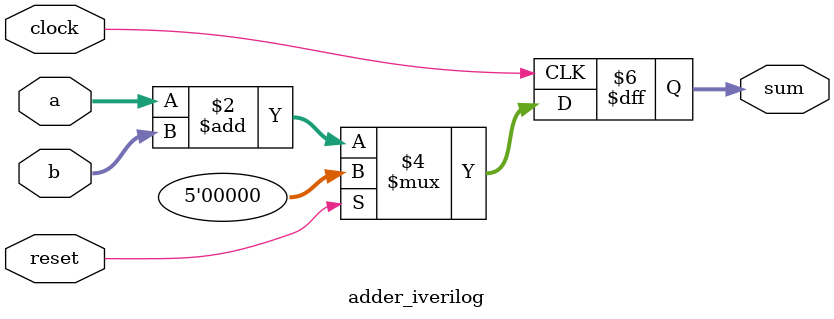
<source format=v>
module adder_iverilog (
  input clock,
  input reset,
  input [3:0] a,
  input [3:0] b,
  output reg [4:0] sum
);

always@(posedge clock) begin
  if(reset) begin
    sum <= 0;
  end else begin
    sum <= a + b;
  end
end

endmodule

</source>
